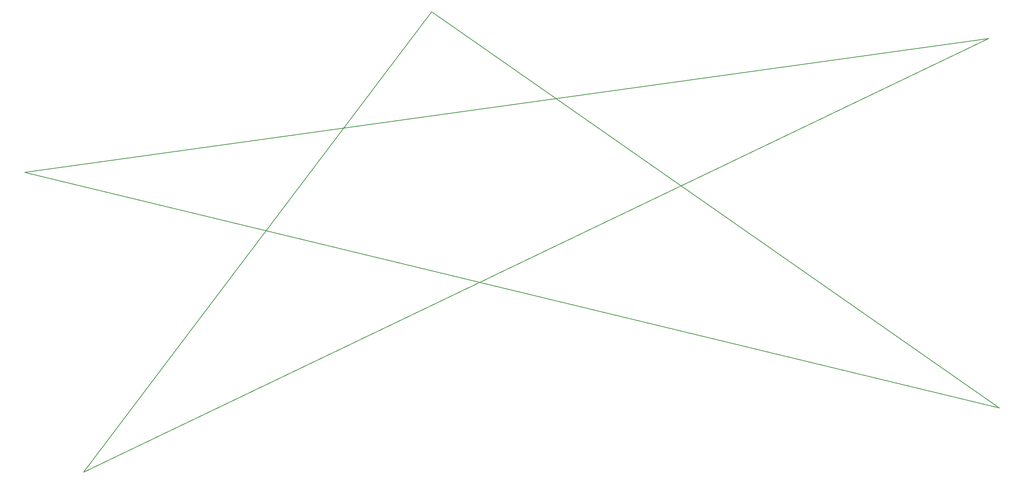
<source format=gbr>
G04 EAGLE Gerber X2 export*
%TF.Part,Single*%
%TF.FileFunction,Copper,L1,Top,Mixed*%
%TF.FilePolarity,Positive*%
%TF.GenerationSoftware,Autodesk,EAGLE,8.7.1*%
%TF.CreationDate,2018-04-25T06:49:35Z*%
G75*
%MOMM*%
%FSLAX34Y34*%
%LPD*%
%AMOC8*
5,1,8,0,0,1.08239X$1,22.5*%
G01*
%ADD10C,0.152400*%


D10*
X-1143000Y-1143000D02*
X-317500Y-50800D01*
X1028700Y-990600D01*
X-1282700Y-431800D01*
X1003300Y-114300D01*
X-1143000Y-1143000D01*
M02*

</source>
